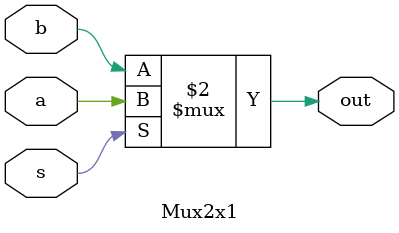
<source format=v>
`timescale 1ns / 1ps


module  Mux2x1 (
     input  a,
     input  b,
     input s,
     output  out
    );
    
    assign out = (s == 1'b1)? a:b; 
    
endmodule

</source>
